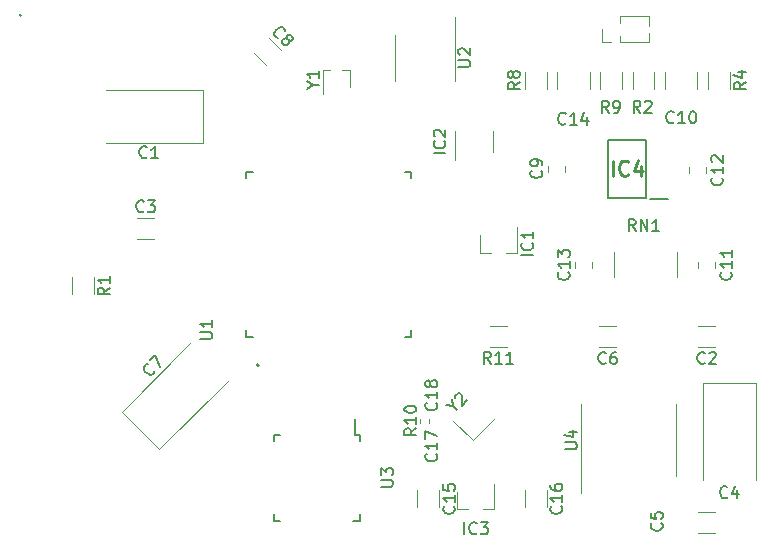
<source format=gbr>
G04 #@! TF.GenerationSoftware,KiCad,Pcbnew,(5.1.10)-1*
G04 #@! TF.CreationDate,2021-11-29T18:47:30+00:00*
G04 #@! TF.ProjectId,pc_card_sound_barker,70635f63-6172-4645-9f73-6f756e645f62,rev?*
G04 #@! TF.SameCoordinates,Original*
G04 #@! TF.FileFunction,Legend,Top*
G04 #@! TF.FilePolarity,Positive*
%FSLAX46Y46*%
G04 Gerber Fmt 4.6, Leading zero omitted, Abs format (unit mm)*
G04 Created by KiCad (PCBNEW (5.1.10)-1) date 2021-11-29 18:47:30*
%MOMM*%
%LPD*%
G01*
G04 APERTURE LIST*
%ADD10C,0.200000*%
%ADD11C,0.127000*%
%ADD12C,0.120000*%
%ADD13C,0.150000*%
%ADD14C,0.254000*%
G04 APERTURE END LIST*
D10*
G04 #@! TO.C,U1*
X124910000Y-88135000D02*
G75*
G03*
X124910000Y-88135000I-100000J0D01*
G01*
D11*
X137810000Y-71740000D02*
X137810000Y-72285000D01*
X123810000Y-71740000D02*
X123810000Y-72285000D01*
X137810000Y-85740000D02*
X137810000Y-85195000D01*
X123810000Y-85740000D02*
X123810000Y-85195000D01*
X137810000Y-71740000D02*
X137265000Y-71740000D01*
X123810000Y-71740000D02*
X124355000Y-71740000D01*
X137810000Y-85740000D02*
X137265000Y-85740000D01*
X123810000Y-85740000D02*
X124355000Y-85740000D01*
D10*
G04 #@! TO.C,IC4*
X157683000Y-73951000D02*
X154483000Y-73951000D01*
X154483000Y-73951000D02*
X154483000Y-69051000D01*
X154483000Y-69051000D02*
X157683000Y-69051000D01*
X157683000Y-69051000D02*
X157683000Y-73951000D01*
X159558000Y-74106000D02*
X158033000Y-74106000D01*
D12*
G04 #@! TO.C,C5*
X162102748Y-100563000D02*
X163525252Y-100563000D01*
X162102748Y-102383000D02*
X163525252Y-102383000D01*
G04 #@! TO.C,RN1*
X160277000Y-78579000D02*
X160277000Y-80679000D01*
X154937000Y-78579000D02*
X154937000Y-80679000D01*
G04 #@! TO.C,IC2*
X144739000Y-70115000D02*
X144739000Y-68315000D01*
X141519000Y-68315000D02*
X141519000Y-70765000D01*
G04 #@! TO.C,R11*
X145888064Y-86635000D02*
X144433936Y-86635000D01*
X145888064Y-84815000D02*
X144433936Y-84815000D01*
G04 #@! TO.C,IC3*
X141676000Y-100328000D02*
X141676000Y-98868000D01*
X144836000Y-100328000D02*
X144836000Y-98168000D01*
X144836000Y-100328000D02*
X143906000Y-100328000D01*
X141676000Y-100328000D02*
X142606000Y-100328000D01*
G04 #@! TO.C,Y1*
X132605000Y-64561000D02*
X132605000Y-63151000D01*
X130285000Y-63151000D02*
X130285000Y-65181000D01*
X130285000Y-63151000D02*
X130945000Y-63151000D01*
X131945000Y-63151000D02*
X132605000Y-63151000D01*
G04 #@! TO.C,C8*
X124456602Y-61735536D02*
X125462464Y-62741398D01*
X125743536Y-60448602D02*
X126749398Y-61454464D01*
G04 #@! TO.C,R10*
X138558000Y-93004621D02*
X138558000Y-92669379D01*
X139318000Y-93004621D02*
X139318000Y-92669379D01*
G04 #@! TO.C,Y2*
X141361233Y-92851421D02*
X142987579Y-94477767D01*
X142987579Y-94477767D02*
X144896767Y-92568579D01*
G04 #@! TO.C,IC1*
X143581000Y-78611000D02*
X144511000Y-78611000D01*
X146741000Y-78611000D02*
X145811000Y-78611000D01*
X146741000Y-78611000D02*
X146741000Y-76451000D01*
X143581000Y-78611000D02*
X143581000Y-77151000D01*
G04 #@! TO.C,R2*
X158350400Y-63280936D02*
X158350400Y-64735064D01*
X156530400Y-63280936D02*
X156530400Y-64735064D01*
G04 #@! TO.C,C10*
X161995200Y-63296748D02*
X161995200Y-64719252D01*
X159275200Y-63296748D02*
X159275200Y-64719252D01*
G04 #@! TO.C,R9*
X155635600Y-63280936D02*
X155635600Y-64735064D01*
X153815600Y-63280936D02*
X153815600Y-64735064D01*
G04 #@! TO.C,J2*
X157921000Y-60800000D02*
X157921000Y-59997530D01*
X157921000Y-59382470D02*
X157921000Y-58580000D01*
X155446000Y-60800000D02*
X157921000Y-60800000D01*
X155446000Y-58580000D02*
X157921000Y-58580000D01*
X155446000Y-60800000D02*
X155446000Y-60253471D01*
X155446000Y-59126529D02*
X155446000Y-58580000D01*
X154686000Y-60800000D02*
X153926000Y-60800000D01*
X153926000Y-60800000D02*
X153926000Y-59690000D01*
G04 #@! TO.C,C14*
X152890800Y-63296748D02*
X152890800Y-64719252D01*
X150170800Y-63296748D02*
X150170800Y-64719252D01*
G04 #@! TO.C,R8*
X149246000Y-64735064D02*
X149246000Y-63280936D01*
X147426000Y-64735064D02*
X147426000Y-63280936D01*
G04 #@! TO.C,R4*
X164740000Y-63280936D02*
X164740000Y-64735064D01*
X162920000Y-63280936D02*
X162920000Y-64735064D01*
G04 #@! TO.C,C16*
X147426000Y-100152252D02*
X147426000Y-98729748D01*
X149246000Y-100152252D02*
X149246000Y-98729748D01*
G04 #@! TO.C,C15*
X140102000Y-98729748D02*
X140102000Y-100152252D01*
X138282000Y-98729748D02*
X138282000Y-100152252D01*
G04 #@! TO.C,C13*
X153135000Y-79372748D02*
X153135000Y-79895252D01*
X151665000Y-79372748D02*
X151665000Y-79895252D01*
G04 #@! TO.C,C12*
X162787000Y-71366748D02*
X162787000Y-71889252D01*
X161317000Y-71366748D02*
X161317000Y-71889252D01*
G04 #@! TO.C,C11*
X163549000Y-79372748D02*
X163549000Y-79895252D01*
X162079000Y-79372748D02*
X162079000Y-79895252D01*
G04 #@! TO.C,C9*
X149379000Y-71762252D02*
X149379000Y-71239748D01*
X150849000Y-71762252D02*
X150849000Y-71239748D01*
G04 #@! TO.C,C6*
X155143252Y-86635000D02*
X153720748Y-86635000D01*
X155143252Y-84815000D02*
X153720748Y-84815000D01*
G04 #@! TO.C,C3*
X114604748Y-75671000D02*
X116027252Y-75671000D01*
X114604748Y-77491000D02*
X116027252Y-77491000D01*
G04 #@! TO.C,C2*
X163525252Y-86635000D02*
X162102748Y-86635000D01*
X163525252Y-84815000D02*
X162102748Y-84815000D01*
G04 #@! TO.C,C4*
X162459000Y-89649000D02*
X162459000Y-97884000D01*
X166979000Y-89649000D02*
X162459000Y-89649000D01*
X166979000Y-97884000D02*
X166979000Y-89649000D01*
G04 #@! TO.C,R1*
X110892000Y-80679936D02*
X110892000Y-82134064D01*
X109072000Y-80679936D02*
X109072000Y-82134064D01*
G04 #@! TO.C,C7*
X119092878Y-86244999D02*
X113269854Y-92068023D01*
X113269854Y-92068023D02*
X116465977Y-95264146D01*
X116465977Y-95264146D02*
X122289001Y-89441122D01*
G04 #@! TO.C,C1*
X111920000Y-69316000D02*
X120155000Y-69316000D01*
X120155000Y-69316000D02*
X120155000Y-64796000D01*
X120155000Y-64796000D02*
X111920000Y-64796000D01*
G04 #@! TO.C,U4*
X160245000Y-94488000D02*
X160245000Y-91438000D01*
X160245000Y-94488000D02*
X160245000Y-97538000D01*
X152175000Y-94488000D02*
X152175000Y-91438000D01*
X152175000Y-94488000D02*
X152175000Y-98938000D01*
G04 #@! TO.C,U2*
X136378000Y-62103000D02*
X136378000Y-64053000D01*
X136378000Y-62103000D02*
X136378000Y-60153000D01*
X141498000Y-62103000D02*
X141498000Y-64053000D01*
X141498000Y-62103000D02*
X141498000Y-58653000D01*
D13*
G04 #@! TO.C,U3*
X133419000Y-94038000D02*
X132994000Y-94038000D01*
X133419000Y-101288000D02*
X132894000Y-101288000D01*
X126169000Y-101288000D02*
X126694000Y-101288000D01*
X126169000Y-94038000D02*
X126694000Y-94038000D01*
X133419000Y-94038000D02*
X133419000Y-94563000D01*
X126169000Y-94038000D02*
X126169000Y-94563000D01*
X126169000Y-101288000D02*
X126169000Y-100763000D01*
X133419000Y-101288000D02*
X133419000Y-100763000D01*
X132994000Y-94038000D02*
X132994000Y-92663000D01*
D12*
G04 #@! TO.C,J1*
X104797001Y-58496201D02*
G75*
G03*
X104797001Y-58496201I-100000J0D01*
G01*
G04 #@! TO.C,U1*
D13*
X119942380Y-85921904D02*
X120751904Y-85921904D01*
X120847142Y-85874285D01*
X120894761Y-85826666D01*
X120942380Y-85731428D01*
X120942380Y-85540952D01*
X120894761Y-85445714D01*
X120847142Y-85398095D01*
X120751904Y-85350476D01*
X119942380Y-85350476D01*
X120942380Y-84350476D02*
X120942380Y-84921904D01*
X120942380Y-84636190D02*
X119942380Y-84636190D01*
X120085238Y-84731428D01*
X120180476Y-84826666D01*
X120228095Y-84921904D01*
G04 #@! TO.C,IC4*
D14*
X154843238Y-72075523D02*
X154843238Y-70805523D01*
X156173714Y-71954571D02*
X156113238Y-72015047D01*
X155931809Y-72075523D01*
X155810857Y-72075523D01*
X155629428Y-72015047D01*
X155508476Y-71894095D01*
X155448000Y-71773142D01*
X155387523Y-71531238D01*
X155387523Y-71349809D01*
X155448000Y-71107904D01*
X155508476Y-70986952D01*
X155629428Y-70866000D01*
X155810857Y-70805523D01*
X155931809Y-70805523D01*
X156113238Y-70866000D01*
X156173714Y-70926476D01*
X157262285Y-71228857D02*
X157262285Y-72075523D01*
X156959904Y-70745047D02*
X156657523Y-71652190D01*
X157443714Y-71652190D01*
G04 #@! TO.C,C5*
D13*
X158980142Y-101512666D02*
X159027761Y-101560285D01*
X159075380Y-101703142D01*
X159075380Y-101798380D01*
X159027761Y-101941238D01*
X158932523Y-102036476D01*
X158837285Y-102084095D01*
X158646809Y-102131714D01*
X158503952Y-102131714D01*
X158313476Y-102084095D01*
X158218238Y-102036476D01*
X158123000Y-101941238D01*
X158075380Y-101798380D01*
X158075380Y-101703142D01*
X158123000Y-101560285D01*
X158170619Y-101512666D01*
X158075380Y-100607904D02*
X158075380Y-101084095D01*
X158551571Y-101131714D01*
X158503952Y-101084095D01*
X158456333Y-100988857D01*
X158456333Y-100750761D01*
X158503952Y-100655523D01*
X158551571Y-100607904D01*
X158646809Y-100560285D01*
X158884904Y-100560285D01*
X158980142Y-100607904D01*
X159027761Y-100655523D01*
X159075380Y-100750761D01*
X159075380Y-100988857D01*
X159027761Y-101084095D01*
X158980142Y-101131714D01*
G04 #@! TO.C,RN1*
X156789523Y-76779380D02*
X156456190Y-76303190D01*
X156218095Y-76779380D02*
X156218095Y-75779380D01*
X156599047Y-75779380D01*
X156694285Y-75827000D01*
X156741904Y-75874619D01*
X156789523Y-75969857D01*
X156789523Y-76112714D01*
X156741904Y-76207952D01*
X156694285Y-76255571D01*
X156599047Y-76303190D01*
X156218095Y-76303190D01*
X157218095Y-76779380D02*
X157218095Y-75779380D01*
X157789523Y-76779380D01*
X157789523Y-75779380D01*
X158789523Y-76779380D02*
X158218095Y-76779380D01*
X158503809Y-76779380D02*
X158503809Y-75779380D01*
X158408571Y-75922238D01*
X158313333Y-76017476D01*
X158218095Y-76065095D01*
G04 #@! TO.C,IC2*
X140681380Y-70191190D02*
X139681380Y-70191190D01*
X140586142Y-69143571D02*
X140633761Y-69191190D01*
X140681380Y-69334047D01*
X140681380Y-69429285D01*
X140633761Y-69572142D01*
X140538523Y-69667380D01*
X140443285Y-69715000D01*
X140252809Y-69762619D01*
X140109952Y-69762619D01*
X139919476Y-69715000D01*
X139824238Y-69667380D01*
X139729000Y-69572142D01*
X139681380Y-69429285D01*
X139681380Y-69334047D01*
X139729000Y-69191190D01*
X139776619Y-69143571D01*
X139776619Y-68762619D02*
X139729000Y-68715000D01*
X139681380Y-68619761D01*
X139681380Y-68381666D01*
X139729000Y-68286428D01*
X139776619Y-68238809D01*
X139871857Y-68191190D01*
X139967095Y-68191190D01*
X140109952Y-68238809D01*
X140681380Y-68810238D01*
X140681380Y-68191190D01*
G04 #@! TO.C,R11*
X144518142Y-87997380D02*
X144184809Y-87521190D01*
X143946714Y-87997380D02*
X143946714Y-86997380D01*
X144327666Y-86997380D01*
X144422904Y-87045000D01*
X144470523Y-87092619D01*
X144518142Y-87187857D01*
X144518142Y-87330714D01*
X144470523Y-87425952D01*
X144422904Y-87473571D01*
X144327666Y-87521190D01*
X143946714Y-87521190D01*
X145470523Y-87997380D02*
X144899095Y-87997380D01*
X145184809Y-87997380D02*
X145184809Y-86997380D01*
X145089571Y-87140238D01*
X144994333Y-87235476D01*
X144899095Y-87283095D01*
X146422904Y-87997380D02*
X145851476Y-87997380D01*
X146137190Y-87997380D02*
X146137190Y-86997380D01*
X146041952Y-87140238D01*
X145946714Y-87235476D01*
X145851476Y-87283095D01*
G04 #@! TO.C,IC3*
X142279809Y-102433380D02*
X142279809Y-101433380D01*
X143327428Y-102338142D02*
X143279809Y-102385761D01*
X143136952Y-102433380D01*
X143041714Y-102433380D01*
X142898857Y-102385761D01*
X142803619Y-102290523D01*
X142756000Y-102195285D01*
X142708380Y-102004809D01*
X142708380Y-101861952D01*
X142756000Y-101671476D01*
X142803619Y-101576238D01*
X142898857Y-101481000D01*
X143041714Y-101433380D01*
X143136952Y-101433380D01*
X143279809Y-101481000D01*
X143327428Y-101528619D01*
X143660761Y-101433380D02*
X144279809Y-101433380D01*
X143946476Y-101814333D01*
X144089333Y-101814333D01*
X144184571Y-101861952D01*
X144232190Y-101909571D01*
X144279809Y-102004809D01*
X144279809Y-102242904D01*
X144232190Y-102338142D01*
X144184571Y-102385761D01*
X144089333Y-102433380D01*
X143803619Y-102433380D01*
X143708380Y-102385761D01*
X143660761Y-102338142D01*
G04 #@! TO.C,Y1*
X129471190Y-64407190D02*
X129947380Y-64407190D01*
X128947380Y-64740523D02*
X129471190Y-64407190D01*
X128947380Y-64073857D01*
X129947380Y-63216714D02*
X129947380Y-63788142D01*
X129947380Y-63502428D02*
X128947380Y-63502428D01*
X129090238Y-63597666D01*
X129185476Y-63692904D01*
X129233095Y-63788142D01*
G04 #@! TO.C,C8*
X126540758Y-60421539D02*
X126473415Y-60421539D01*
X126338728Y-60354195D01*
X126271384Y-60286852D01*
X126204041Y-60152164D01*
X126204041Y-60017477D01*
X126237712Y-59916462D01*
X126338728Y-59748103D01*
X126439743Y-59647088D01*
X126608102Y-59546073D01*
X126709117Y-59512401D01*
X126843804Y-59512401D01*
X126978491Y-59579745D01*
X127045835Y-59647088D01*
X127113178Y-59781775D01*
X127113178Y-59849119D01*
X127281537Y-60488882D02*
X127247865Y-60387867D01*
X127247865Y-60320523D01*
X127281537Y-60219508D01*
X127315209Y-60185836D01*
X127416224Y-60152164D01*
X127483567Y-60152164D01*
X127584583Y-60185836D01*
X127719270Y-60320523D01*
X127752941Y-60421539D01*
X127752941Y-60488882D01*
X127719270Y-60589897D01*
X127685598Y-60623569D01*
X127584583Y-60657241D01*
X127517239Y-60657241D01*
X127416224Y-60623569D01*
X127281537Y-60488882D01*
X127180522Y-60455210D01*
X127113178Y-60455210D01*
X127012163Y-60488882D01*
X126877476Y-60623569D01*
X126843804Y-60724584D01*
X126843804Y-60791928D01*
X126877476Y-60892943D01*
X127012163Y-61027630D01*
X127113178Y-61061302D01*
X127180522Y-61061302D01*
X127281537Y-61027630D01*
X127416224Y-60892943D01*
X127449896Y-60791928D01*
X127449896Y-60724584D01*
X127416224Y-60623569D01*
G04 #@! TO.C,R10*
X138220380Y-93479857D02*
X137744190Y-93813190D01*
X138220380Y-94051285D02*
X137220380Y-94051285D01*
X137220380Y-93670333D01*
X137268000Y-93575095D01*
X137315619Y-93527476D01*
X137410857Y-93479857D01*
X137553714Y-93479857D01*
X137648952Y-93527476D01*
X137696571Y-93575095D01*
X137744190Y-93670333D01*
X137744190Y-94051285D01*
X138220380Y-92527476D02*
X138220380Y-93098904D01*
X138220380Y-92813190D02*
X137220380Y-92813190D01*
X137363238Y-92908428D01*
X137458476Y-93003666D01*
X137506095Y-93098904D01*
X137220380Y-91908428D02*
X137220380Y-91813190D01*
X137268000Y-91717952D01*
X137315619Y-91670333D01*
X137410857Y-91622714D01*
X137601333Y-91575095D01*
X137839428Y-91575095D01*
X138029904Y-91622714D01*
X138125142Y-91670333D01*
X138172761Y-91717952D01*
X138220380Y-91813190D01*
X138220380Y-91908428D01*
X138172761Y-92003666D01*
X138125142Y-92051285D01*
X138029904Y-92098904D01*
X137839428Y-92146523D01*
X137601333Y-92146523D01*
X137410857Y-92098904D01*
X137315619Y-92051285D01*
X137268000Y-92003666D01*
X137220380Y-91908428D01*
G04 #@! TO.C,C18*
X139896142Y-91320857D02*
X139943761Y-91368476D01*
X139991380Y-91511333D01*
X139991380Y-91606571D01*
X139943761Y-91749428D01*
X139848523Y-91844666D01*
X139753285Y-91892285D01*
X139562809Y-91939904D01*
X139419952Y-91939904D01*
X139229476Y-91892285D01*
X139134238Y-91844666D01*
X139039000Y-91749428D01*
X138991380Y-91606571D01*
X138991380Y-91511333D01*
X139039000Y-91368476D01*
X139086619Y-91320857D01*
X139991380Y-90368476D02*
X139991380Y-90939904D01*
X139991380Y-90654190D02*
X138991380Y-90654190D01*
X139134238Y-90749428D01*
X139229476Y-90844666D01*
X139277095Y-90939904D01*
X139419952Y-89797047D02*
X139372333Y-89892285D01*
X139324714Y-89939904D01*
X139229476Y-89987523D01*
X139181857Y-89987523D01*
X139086619Y-89939904D01*
X139039000Y-89892285D01*
X138991380Y-89797047D01*
X138991380Y-89606571D01*
X139039000Y-89511333D01*
X139086619Y-89463714D01*
X139181857Y-89416095D01*
X139229476Y-89416095D01*
X139324714Y-89463714D01*
X139372333Y-89511333D01*
X139419952Y-89606571D01*
X139419952Y-89797047D01*
X139467571Y-89892285D01*
X139515190Y-89939904D01*
X139610428Y-89987523D01*
X139800904Y-89987523D01*
X139896142Y-89939904D01*
X139943761Y-89892285D01*
X139991380Y-89797047D01*
X139991380Y-89606571D01*
X139943761Y-89511333D01*
X139896142Y-89463714D01*
X139800904Y-89416095D01*
X139610428Y-89416095D01*
X139515190Y-89463714D01*
X139467571Y-89511333D01*
X139419952Y-89606571D01*
G04 #@! TO.C,C17*
X139896142Y-95638857D02*
X139943761Y-95686476D01*
X139991380Y-95829333D01*
X139991380Y-95924571D01*
X139943761Y-96067428D01*
X139848523Y-96162666D01*
X139753285Y-96210285D01*
X139562809Y-96257904D01*
X139419952Y-96257904D01*
X139229476Y-96210285D01*
X139134238Y-96162666D01*
X139039000Y-96067428D01*
X138991380Y-95924571D01*
X138991380Y-95829333D01*
X139039000Y-95686476D01*
X139086619Y-95638857D01*
X139991380Y-94686476D02*
X139991380Y-95257904D01*
X139991380Y-94972190D02*
X138991380Y-94972190D01*
X139134238Y-95067428D01*
X139229476Y-95162666D01*
X139277095Y-95257904D01*
X138991380Y-94353142D02*
X138991380Y-93686476D01*
X139991380Y-94115047D01*
G04 #@! TO.C,Y2*
X141361232Y-91615667D02*
X141697950Y-91952385D01*
X140755141Y-91480980D02*
X141361232Y-91615667D01*
X141226545Y-91009576D01*
X141495919Y-90874889D02*
X141495919Y-90807545D01*
X141529591Y-90706530D01*
X141697950Y-90538171D01*
X141798965Y-90504499D01*
X141866308Y-90504499D01*
X141967324Y-90538171D01*
X142034667Y-90605515D01*
X142102011Y-90740202D01*
X142102011Y-91548324D01*
X142539743Y-91110591D01*
G04 #@! TO.C,IC1*
X148113380Y-78827190D02*
X147113380Y-78827190D01*
X148018142Y-77779571D02*
X148065761Y-77827190D01*
X148113380Y-77970047D01*
X148113380Y-78065285D01*
X148065761Y-78208142D01*
X147970523Y-78303380D01*
X147875285Y-78351000D01*
X147684809Y-78398619D01*
X147541952Y-78398619D01*
X147351476Y-78351000D01*
X147256238Y-78303380D01*
X147161000Y-78208142D01*
X147113380Y-78065285D01*
X147113380Y-77970047D01*
X147161000Y-77827190D01*
X147208619Y-77779571D01*
X148113380Y-76827190D02*
X148113380Y-77398619D01*
X148113380Y-77112904D02*
X147113380Y-77112904D01*
X147256238Y-77208142D01*
X147351476Y-77303380D01*
X147399095Y-77398619D01*
G04 #@! TO.C,R2*
X157186333Y-66746380D02*
X156853000Y-66270190D01*
X156614904Y-66746380D02*
X156614904Y-65746380D01*
X156995857Y-65746380D01*
X157091095Y-65794000D01*
X157138714Y-65841619D01*
X157186333Y-65936857D01*
X157186333Y-66079714D01*
X157138714Y-66174952D01*
X157091095Y-66222571D01*
X156995857Y-66270190D01*
X156614904Y-66270190D01*
X157567285Y-65841619D02*
X157614904Y-65794000D01*
X157710142Y-65746380D01*
X157948238Y-65746380D01*
X158043476Y-65794000D01*
X158091095Y-65841619D01*
X158138714Y-65936857D01*
X158138714Y-66032095D01*
X158091095Y-66174952D01*
X157519666Y-66746380D01*
X158138714Y-66746380D01*
G04 #@! TO.C,C10*
X160012142Y-67540142D02*
X159964523Y-67587761D01*
X159821666Y-67635380D01*
X159726428Y-67635380D01*
X159583571Y-67587761D01*
X159488333Y-67492523D01*
X159440714Y-67397285D01*
X159393095Y-67206809D01*
X159393095Y-67063952D01*
X159440714Y-66873476D01*
X159488333Y-66778238D01*
X159583571Y-66683000D01*
X159726428Y-66635380D01*
X159821666Y-66635380D01*
X159964523Y-66683000D01*
X160012142Y-66730619D01*
X160964523Y-67635380D02*
X160393095Y-67635380D01*
X160678809Y-67635380D02*
X160678809Y-66635380D01*
X160583571Y-66778238D01*
X160488333Y-66873476D01*
X160393095Y-66921095D01*
X161583571Y-66635380D02*
X161678809Y-66635380D01*
X161774047Y-66683000D01*
X161821666Y-66730619D01*
X161869285Y-66825857D01*
X161916904Y-67016333D01*
X161916904Y-67254428D01*
X161869285Y-67444904D01*
X161821666Y-67540142D01*
X161774047Y-67587761D01*
X161678809Y-67635380D01*
X161583571Y-67635380D01*
X161488333Y-67587761D01*
X161440714Y-67540142D01*
X161393095Y-67444904D01*
X161345476Y-67254428D01*
X161345476Y-67016333D01*
X161393095Y-66825857D01*
X161440714Y-66730619D01*
X161488333Y-66683000D01*
X161583571Y-66635380D01*
G04 #@! TO.C,R9*
X154519333Y-66746380D02*
X154186000Y-66270190D01*
X153947904Y-66746380D02*
X153947904Y-65746380D01*
X154328857Y-65746380D01*
X154424095Y-65794000D01*
X154471714Y-65841619D01*
X154519333Y-65936857D01*
X154519333Y-66079714D01*
X154471714Y-66174952D01*
X154424095Y-66222571D01*
X154328857Y-66270190D01*
X153947904Y-66270190D01*
X154995523Y-66746380D02*
X155186000Y-66746380D01*
X155281238Y-66698761D01*
X155328857Y-66651142D01*
X155424095Y-66508285D01*
X155471714Y-66317809D01*
X155471714Y-65936857D01*
X155424095Y-65841619D01*
X155376476Y-65794000D01*
X155281238Y-65746380D01*
X155090761Y-65746380D01*
X154995523Y-65794000D01*
X154947904Y-65841619D01*
X154900285Y-65936857D01*
X154900285Y-66174952D01*
X154947904Y-66270190D01*
X154995523Y-66317809D01*
X155090761Y-66365428D01*
X155281238Y-66365428D01*
X155376476Y-66317809D01*
X155424095Y-66270190D01*
X155471714Y-66174952D01*
G04 #@! TO.C,C14*
X150868142Y-67667142D02*
X150820523Y-67714761D01*
X150677666Y-67762380D01*
X150582428Y-67762380D01*
X150439571Y-67714761D01*
X150344333Y-67619523D01*
X150296714Y-67524285D01*
X150249095Y-67333809D01*
X150249095Y-67190952D01*
X150296714Y-67000476D01*
X150344333Y-66905238D01*
X150439571Y-66810000D01*
X150582428Y-66762380D01*
X150677666Y-66762380D01*
X150820523Y-66810000D01*
X150868142Y-66857619D01*
X151820523Y-67762380D02*
X151249095Y-67762380D01*
X151534809Y-67762380D02*
X151534809Y-66762380D01*
X151439571Y-66905238D01*
X151344333Y-67000476D01*
X151249095Y-67048095D01*
X152677666Y-67095714D02*
X152677666Y-67762380D01*
X152439571Y-66714761D02*
X152201476Y-67429047D01*
X152820523Y-67429047D01*
G04 #@! TO.C,R8*
X146968380Y-64174666D02*
X146492190Y-64508000D01*
X146968380Y-64746095D02*
X145968380Y-64746095D01*
X145968380Y-64365142D01*
X146016000Y-64269904D01*
X146063619Y-64222285D01*
X146158857Y-64174666D01*
X146301714Y-64174666D01*
X146396952Y-64222285D01*
X146444571Y-64269904D01*
X146492190Y-64365142D01*
X146492190Y-64746095D01*
X146396952Y-63603238D02*
X146349333Y-63698476D01*
X146301714Y-63746095D01*
X146206476Y-63793714D01*
X146158857Y-63793714D01*
X146063619Y-63746095D01*
X146016000Y-63698476D01*
X145968380Y-63603238D01*
X145968380Y-63412761D01*
X146016000Y-63317523D01*
X146063619Y-63269904D01*
X146158857Y-63222285D01*
X146206476Y-63222285D01*
X146301714Y-63269904D01*
X146349333Y-63317523D01*
X146396952Y-63412761D01*
X146396952Y-63603238D01*
X146444571Y-63698476D01*
X146492190Y-63746095D01*
X146587428Y-63793714D01*
X146777904Y-63793714D01*
X146873142Y-63746095D01*
X146920761Y-63698476D01*
X146968380Y-63603238D01*
X146968380Y-63412761D01*
X146920761Y-63317523D01*
X146873142Y-63269904D01*
X146777904Y-63222285D01*
X146587428Y-63222285D01*
X146492190Y-63269904D01*
X146444571Y-63317523D01*
X146396952Y-63412761D01*
G04 #@! TO.C,R4*
X166102380Y-64174666D02*
X165626190Y-64508000D01*
X166102380Y-64746095D02*
X165102380Y-64746095D01*
X165102380Y-64365142D01*
X165150000Y-64269904D01*
X165197619Y-64222285D01*
X165292857Y-64174666D01*
X165435714Y-64174666D01*
X165530952Y-64222285D01*
X165578571Y-64269904D01*
X165626190Y-64365142D01*
X165626190Y-64746095D01*
X165435714Y-63317523D02*
X166102380Y-63317523D01*
X165054761Y-63555619D02*
X165769047Y-63793714D01*
X165769047Y-63174666D01*
G04 #@! TO.C,C16*
X150471142Y-100083857D02*
X150518761Y-100131476D01*
X150566380Y-100274333D01*
X150566380Y-100369571D01*
X150518761Y-100512428D01*
X150423523Y-100607666D01*
X150328285Y-100655285D01*
X150137809Y-100702904D01*
X149994952Y-100702904D01*
X149804476Y-100655285D01*
X149709238Y-100607666D01*
X149614000Y-100512428D01*
X149566380Y-100369571D01*
X149566380Y-100274333D01*
X149614000Y-100131476D01*
X149661619Y-100083857D01*
X150566380Y-99131476D02*
X150566380Y-99702904D01*
X150566380Y-99417190D02*
X149566380Y-99417190D01*
X149709238Y-99512428D01*
X149804476Y-99607666D01*
X149852095Y-99702904D01*
X149566380Y-98274333D02*
X149566380Y-98464809D01*
X149614000Y-98560047D01*
X149661619Y-98607666D01*
X149804476Y-98702904D01*
X149994952Y-98750523D01*
X150375904Y-98750523D01*
X150471142Y-98702904D01*
X150518761Y-98655285D01*
X150566380Y-98560047D01*
X150566380Y-98369571D01*
X150518761Y-98274333D01*
X150471142Y-98226714D01*
X150375904Y-98179095D01*
X150137809Y-98179095D01*
X150042571Y-98226714D01*
X149994952Y-98274333D01*
X149947333Y-98369571D01*
X149947333Y-98560047D01*
X149994952Y-98655285D01*
X150042571Y-98702904D01*
X150137809Y-98750523D01*
G04 #@! TO.C,C15*
X141399142Y-100083857D02*
X141446761Y-100131476D01*
X141494380Y-100274333D01*
X141494380Y-100369571D01*
X141446761Y-100512428D01*
X141351523Y-100607666D01*
X141256285Y-100655285D01*
X141065809Y-100702904D01*
X140922952Y-100702904D01*
X140732476Y-100655285D01*
X140637238Y-100607666D01*
X140542000Y-100512428D01*
X140494380Y-100369571D01*
X140494380Y-100274333D01*
X140542000Y-100131476D01*
X140589619Y-100083857D01*
X141494380Y-99131476D02*
X141494380Y-99702904D01*
X141494380Y-99417190D02*
X140494380Y-99417190D01*
X140637238Y-99512428D01*
X140732476Y-99607666D01*
X140780095Y-99702904D01*
X140494380Y-98226714D02*
X140494380Y-98702904D01*
X140970571Y-98750523D01*
X140922952Y-98702904D01*
X140875333Y-98607666D01*
X140875333Y-98369571D01*
X140922952Y-98274333D01*
X140970571Y-98226714D01*
X141065809Y-98179095D01*
X141303904Y-98179095D01*
X141399142Y-98226714D01*
X141446761Y-98274333D01*
X141494380Y-98369571D01*
X141494380Y-98607666D01*
X141446761Y-98702904D01*
X141399142Y-98750523D01*
G04 #@! TO.C,C13*
X151106142Y-80271857D02*
X151153761Y-80319476D01*
X151201380Y-80462333D01*
X151201380Y-80557571D01*
X151153761Y-80700428D01*
X151058523Y-80795666D01*
X150963285Y-80843285D01*
X150772809Y-80890904D01*
X150629952Y-80890904D01*
X150439476Y-80843285D01*
X150344238Y-80795666D01*
X150249000Y-80700428D01*
X150201380Y-80557571D01*
X150201380Y-80462333D01*
X150249000Y-80319476D01*
X150296619Y-80271857D01*
X151201380Y-79319476D02*
X151201380Y-79890904D01*
X151201380Y-79605190D02*
X150201380Y-79605190D01*
X150344238Y-79700428D01*
X150439476Y-79795666D01*
X150487095Y-79890904D01*
X150201380Y-78986142D02*
X150201380Y-78367095D01*
X150582333Y-78700428D01*
X150582333Y-78557571D01*
X150629952Y-78462333D01*
X150677571Y-78414714D01*
X150772809Y-78367095D01*
X151010904Y-78367095D01*
X151106142Y-78414714D01*
X151153761Y-78462333D01*
X151201380Y-78557571D01*
X151201380Y-78843285D01*
X151153761Y-78938523D01*
X151106142Y-78986142D01*
G04 #@! TO.C,C12*
X164089142Y-72270857D02*
X164136761Y-72318476D01*
X164184380Y-72461333D01*
X164184380Y-72556571D01*
X164136761Y-72699428D01*
X164041523Y-72794666D01*
X163946285Y-72842285D01*
X163755809Y-72889904D01*
X163612952Y-72889904D01*
X163422476Y-72842285D01*
X163327238Y-72794666D01*
X163232000Y-72699428D01*
X163184380Y-72556571D01*
X163184380Y-72461333D01*
X163232000Y-72318476D01*
X163279619Y-72270857D01*
X164184380Y-71318476D02*
X164184380Y-71889904D01*
X164184380Y-71604190D02*
X163184380Y-71604190D01*
X163327238Y-71699428D01*
X163422476Y-71794666D01*
X163470095Y-71889904D01*
X163279619Y-70937523D02*
X163232000Y-70889904D01*
X163184380Y-70794666D01*
X163184380Y-70556571D01*
X163232000Y-70461333D01*
X163279619Y-70413714D01*
X163374857Y-70366095D01*
X163470095Y-70366095D01*
X163612952Y-70413714D01*
X164184380Y-70985142D01*
X164184380Y-70366095D01*
G04 #@! TO.C,C11*
X164851142Y-80276857D02*
X164898761Y-80324476D01*
X164946380Y-80467333D01*
X164946380Y-80562571D01*
X164898761Y-80705428D01*
X164803523Y-80800666D01*
X164708285Y-80848285D01*
X164517809Y-80895904D01*
X164374952Y-80895904D01*
X164184476Y-80848285D01*
X164089238Y-80800666D01*
X163994000Y-80705428D01*
X163946380Y-80562571D01*
X163946380Y-80467333D01*
X163994000Y-80324476D01*
X164041619Y-80276857D01*
X164946380Y-79324476D02*
X164946380Y-79895904D01*
X164946380Y-79610190D02*
X163946380Y-79610190D01*
X164089238Y-79705428D01*
X164184476Y-79800666D01*
X164232095Y-79895904D01*
X164946380Y-78372095D02*
X164946380Y-78943523D01*
X164946380Y-78657809D02*
X163946380Y-78657809D01*
X164089238Y-78753047D01*
X164184476Y-78848285D01*
X164232095Y-78943523D01*
G04 #@! TO.C,C9*
X148791142Y-71667666D02*
X148838761Y-71715285D01*
X148886380Y-71858142D01*
X148886380Y-71953380D01*
X148838761Y-72096238D01*
X148743523Y-72191476D01*
X148648285Y-72239095D01*
X148457809Y-72286714D01*
X148314952Y-72286714D01*
X148124476Y-72239095D01*
X148029238Y-72191476D01*
X147934000Y-72096238D01*
X147886380Y-71953380D01*
X147886380Y-71858142D01*
X147934000Y-71715285D01*
X147981619Y-71667666D01*
X148886380Y-71191476D02*
X148886380Y-71001000D01*
X148838761Y-70905761D01*
X148791142Y-70858142D01*
X148648285Y-70762904D01*
X148457809Y-70715285D01*
X148076857Y-70715285D01*
X147981619Y-70762904D01*
X147934000Y-70810523D01*
X147886380Y-70905761D01*
X147886380Y-71096238D01*
X147934000Y-71191476D01*
X147981619Y-71239095D01*
X148076857Y-71286714D01*
X148314952Y-71286714D01*
X148410190Y-71239095D01*
X148457809Y-71191476D01*
X148505428Y-71096238D01*
X148505428Y-70905761D01*
X148457809Y-70810523D01*
X148410190Y-70762904D01*
X148314952Y-70715285D01*
G04 #@! TO.C,C6*
X154265333Y-87932142D02*
X154217714Y-87979761D01*
X154074857Y-88027380D01*
X153979619Y-88027380D01*
X153836761Y-87979761D01*
X153741523Y-87884523D01*
X153693904Y-87789285D01*
X153646285Y-87598809D01*
X153646285Y-87455952D01*
X153693904Y-87265476D01*
X153741523Y-87170238D01*
X153836761Y-87075000D01*
X153979619Y-87027380D01*
X154074857Y-87027380D01*
X154217714Y-87075000D01*
X154265333Y-87122619D01*
X155122476Y-87027380D02*
X154932000Y-87027380D01*
X154836761Y-87075000D01*
X154789142Y-87122619D01*
X154693904Y-87265476D01*
X154646285Y-87455952D01*
X154646285Y-87836904D01*
X154693904Y-87932142D01*
X154741523Y-87979761D01*
X154836761Y-88027380D01*
X155027238Y-88027380D01*
X155122476Y-87979761D01*
X155170095Y-87932142D01*
X155217714Y-87836904D01*
X155217714Y-87598809D01*
X155170095Y-87503571D01*
X155122476Y-87455952D01*
X155027238Y-87408333D01*
X154836761Y-87408333D01*
X154741523Y-87455952D01*
X154693904Y-87503571D01*
X154646285Y-87598809D01*
G04 #@! TO.C,C3*
X115149333Y-75088142D02*
X115101714Y-75135761D01*
X114958857Y-75183380D01*
X114863619Y-75183380D01*
X114720761Y-75135761D01*
X114625523Y-75040523D01*
X114577904Y-74945285D01*
X114530285Y-74754809D01*
X114530285Y-74611952D01*
X114577904Y-74421476D01*
X114625523Y-74326238D01*
X114720761Y-74231000D01*
X114863619Y-74183380D01*
X114958857Y-74183380D01*
X115101714Y-74231000D01*
X115149333Y-74278619D01*
X115482666Y-74183380D02*
X116101714Y-74183380D01*
X115768380Y-74564333D01*
X115911238Y-74564333D01*
X116006476Y-74611952D01*
X116054095Y-74659571D01*
X116101714Y-74754809D01*
X116101714Y-74992904D01*
X116054095Y-75088142D01*
X116006476Y-75135761D01*
X115911238Y-75183380D01*
X115625523Y-75183380D01*
X115530285Y-75135761D01*
X115482666Y-75088142D01*
G04 #@! TO.C,C2*
X162647333Y-87932142D02*
X162599714Y-87979761D01*
X162456857Y-88027380D01*
X162361619Y-88027380D01*
X162218761Y-87979761D01*
X162123523Y-87884523D01*
X162075904Y-87789285D01*
X162028285Y-87598809D01*
X162028285Y-87455952D01*
X162075904Y-87265476D01*
X162123523Y-87170238D01*
X162218761Y-87075000D01*
X162361619Y-87027380D01*
X162456857Y-87027380D01*
X162599714Y-87075000D01*
X162647333Y-87122619D01*
X163028285Y-87122619D02*
X163075904Y-87075000D01*
X163171142Y-87027380D01*
X163409238Y-87027380D01*
X163504476Y-87075000D01*
X163552095Y-87122619D01*
X163599714Y-87217857D01*
X163599714Y-87313095D01*
X163552095Y-87455952D01*
X162980666Y-88027380D01*
X163599714Y-88027380D01*
G04 #@! TO.C,C4*
X164552333Y-99290142D02*
X164504714Y-99337761D01*
X164361857Y-99385380D01*
X164266619Y-99385380D01*
X164123761Y-99337761D01*
X164028523Y-99242523D01*
X163980904Y-99147285D01*
X163933285Y-98956809D01*
X163933285Y-98813952D01*
X163980904Y-98623476D01*
X164028523Y-98528238D01*
X164123761Y-98433000D01*
X164266619Y-98385380D01*
X164361857Y-98385380D01*
X164504714Y-98433000D01*
X164552333Y-98480619D01*
X165409476Y-98718714D02*
X165409476Y-99385380D01*
X165171380Y-98337761D02*
X164933285Y-99052047D01*
X165552333Y-99052047D01*
G04 #@! TO.C,R1*
X112254380Y-81573666D02*
X111778190Y-81907000D01*
X112254380Y-82145095D02*
X111254380Y-82145095D01*
X111254380Y-81764142D01*
X111302000Y-81668904D01*
X111349619Y-81621285D01*
X111444857Y-81573666D01*
X111587714Y-81573666D01*
X111682952Y-81621285D01*
X111730571Y-81668904D01*
X111778190Y-81764142D01*
X111778190Y-82145095D01*
X112254380Y-80621285D02*
X112254380Y-81192714D01*
X112254380Y-80907000D02*
X111254380Y-80907000D01*
X111397238Y-81002238D01*
X111492476Y-81097476D01*
X111540095Y-81192714D01*
G04 #@! TO.C,C7*
X116052656Y-88602358D02*
X116052656Y-88669701D01*
X115985312Y-88804388D01*
X115917969Y-88871732D01*
X115783281Y-88939075D01*
X115648594Y-88939075D01*
X115547579Y-88905404D01*
X115379220Y-88804388D01*
X115278205Y-88703373D01*
X115177190Y-88535014D01*
X115143518Y-88433999D01*
X115143518Y-88299312D01*
X115210862Y-88164625D01*
X115278205Y-88097281D01*
X115412892Y-88029938D01*
X115480236Y-88029938D01*
X115648594Y-87726892D02*
X116119999Y-87255488D01*
X116524060Y-88265640D01*
G04 #@! TO.C,C1*
X115403333Y-70513142D02*
X115355714Y-70560761D01*
X115212857Y-70608380D01*
X115117619Y-70608380D01*
X114974761Y-70560761D01*
X114879523Y-70465523D01*
X114831904Y-70370285D01*
X114784285Y-70179809D01*
X114784285Y-70036952D01*
X114831904Y-69846476D01*
X114879523Y-69751238D01*
X114974761Y-69656000D01*
X115117619Y-69608380D01*
X115212857Y-69608380D01*
X115355714Y-69656000D01*
X115403333Y-69703619D01*
X116355714Y-70608380D02*
X115784285Y-70608380D01*
X116070000Y-70608380D02*
X116070000Y-69608380D01*
X115974761Y-69751238D01*
X115879523Y-69846476D01*
X115784285Y-69894095D01*
G04 #@! TO.C,U4*
X150812380Y-95249904D02*
X151621904Y-95249904D01*
X151717142Y-95202285D01*
X151764761Y-95154666D01*
X151812380Y-95059428D01*
X151812380Y-94868952D01*
X151764761Y-94773714D01*
X151717142Y-94726095D01*
X151621904Y-94678476D01*
X150812380Y-94678476D01*
X151145714Y-93773714D02*
X151812380Y-93773714D01*
X150764761Y-94011809D02*
X151479047Y-94249904D01*
X151479047Y-93630857D01*
G04 #@! TO.C,U2*
X141790380Y-62864904D02*
X142599904Y-62864904D01*
X142695142Y-62817285D01*
X142742761Y-62769666D01*
X142790380Y-62674428D01*
X142790380Y-62483952D01*
X142742761Y-62388714D01*
X142695142Y-62341095D01*
X142599904Y-62293476D01*
X141790380Y-62293476D01*
X141885619Y-61864904D02*
X141838000Y-61817285D01*
X141790380Y-61722047D01*
X141790380Y-61483952D01*
X141838000Y-61388714D01*
X141885619Y-61341095D01*
X141980857Y-61293476D01*
X142076095Y-61293476D01*
X142218952Y-61341095D01*
X142790380Y-61912523D01*
X142790380Y-61293476D01*
G04 #@! TO.C,U3*
X135246380Y-98424904D02*
X136055904Y-98424904D01*
X136151142Y-98377285D01*
X136198761Y-98329666D01*
X136246380Y-98234428D01*
X136246380Y-98043952D01*
X136198761Y-97948714D01*
X136151142Y-97901095D01*
X136055904Y-97853476D01*
X135246380Y-97853476D01*
X135246380Y-97472523D02*
X135246380Y-96853476D01*
X135627333Y-97186809D01*
X135627333Y-97043952D01*
X135674952Y-96948714D01*
X135722571Y-96901095D01*
X135817809Y-96853476D01*
X136055904Y-96853476D01*
X136151142Y-96901095D01*
X136198761Y-96948714D01*
X136246380Y-97043952D01*
X136246380Y-97329666D01*
X136198761Y-97424904D01*
X136151142Y-97472523D01*
G04 #@! TD*
M02*

</source>
